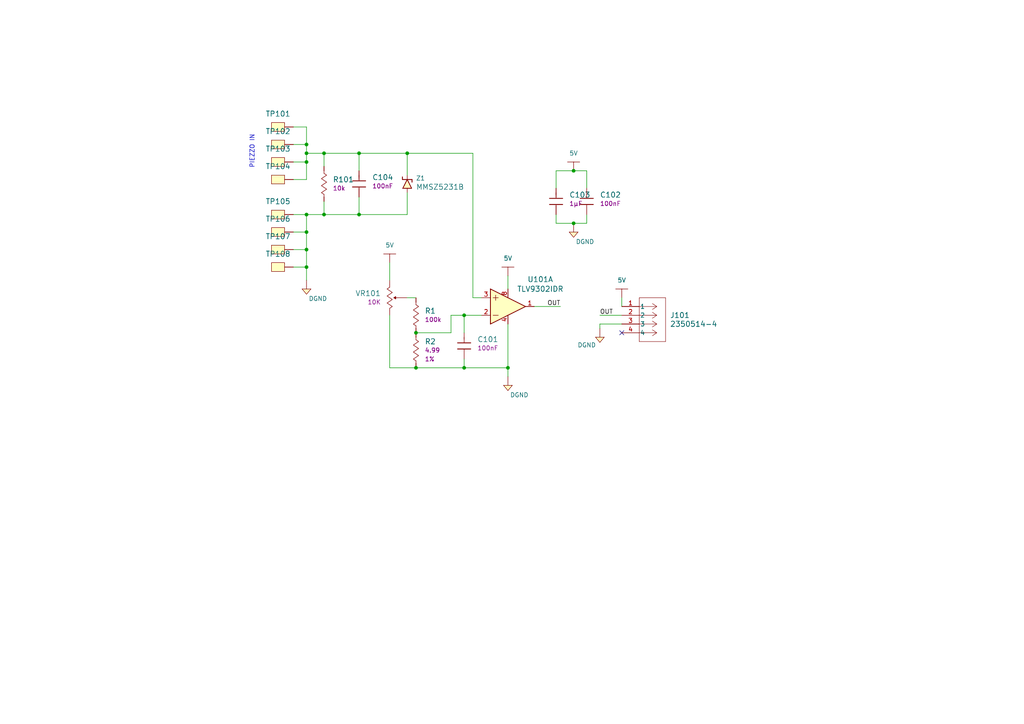
<source format=kicad_sch>
(kicad_sch (version 20231120) (generator "eeschema") (generator_version "8.0")
  (paper "A4")
  (title_block (title "PIEZZO") (date "2024-07-24") (company "Gérémy Sauvageau"))
  (lib_symbols
    (symbol "Amplifiers:TLV9302IDR" (pin_names (offset 0.254))
      (property "Reference" "U" (at 0.762 -7.366 0))
      (property "Value" "TLV9302IDR" (at 0.762 -9.906 0))
      (symbol "TLV9302IDR_0_1"
        (polyline (pts (xy -3.048 -2.54) (xy -1.524 -2.54)))
        (polyline (pts (xy -3.048 2.54) (xy -1.524 2.54)))
        (polyline (pts (xy -2.286 3.302) (xy -2.286 1.778)))
        (polyline (pts (xy -3.81 5.08) (xy -3.81 -5.08) (xy 6.35 0) (xy -3.81 5.08)) (stroke (width 0.254)) (fill (type background)))
      )
      (symbol "TLV9302IDR_1_1"
        (pin output line (at 8.89 0 180) (length 2.54) (name "") (number "1"))
        (pin input line (at -6.35 -2.54 0) (length 2.54) (name "") (number "2"))
        (pin input line (at -6.35 2.54 0) (length 2.54) (name "") (number "3"))
        (pin power_in line (at 1.27 -5.08 90) (length 2.54) (name "") (number "4"))
        (pin power_in line (at 1.27 5.08 270) (length 2.54) (name "") (number "8"))
      )
      (symbol "TLV9302IDR_2_1"
        (pin input line (at -6.35 2.54 0) (length 2.54) (name "") (number "5"))
        (pin input line (at -6.35 -2.54 0) (length 2.54) (name "") (number "6"))
        (pin output line (at 8.89 0 180) (length 2.54) (name "") (number "7"))
      )
    )
    (symbol "Capacitors:885012107015" (pin_numbers hide) (pin_names (offset 0) hide)
      (property "Reference" "C" (at -1.27 4.064 0))
      (property "Capacitance (Farad)" "1µF" (at -1.27 -3.048 0))
      (symbol "885012107015_0_1"
        (polyline (pts (xy -2.54 0) (xy -2.286 0)))
        (polyline (pts (xy -2.159 1.905) (xy -2.159 -1.905)) (stroke (width 0.254)))
        (polyline (pts (xy -0.381 1.905) (xy -0.381 -1.905)) (stroke (width 0.254)))
        (polyline (pts (xy 0 0) (xy -0.254 0)))
        (polyline (pts (xy 0.635 0) (xy 1.27 0)))
      )
      (symbol "885012107015_1_1"
        (pin passive line (at -5.08 0 0) (length 2.54) (name "1") (number "1"))
        (pin passive line (at 2.54 0 180) (length 2.54) (name "2") (number "2"))
      )
    )
    (symbol "Capacitors:885012207098" (pin_numbers hide) (pin_names (offset 0) hide)
      (property "Reference" "C" (at -1.27 4.064 0))
      (property "Capacitance (Farad)" "100nF" (at -1.27 -3.048 0))
      (symbol "885012207098_0_1"
        (polyline (pts (xy -2.54 0) (xy -2.286 0)))
        (polyline (pts (xy -2.159 1.905) (xy -2.159 -1.905)) (stroke (width 0.254)))
        (polyline (pts (xy -0.381 1.905) (xy -0.381 -1.905)) (stroke (width 0.254)))
        (polyline (pts (xy 0 0) (xy -0.254 0)))
        (polyline (pts (xy 0.635 0) (xy 1.27 0)))
      )
      (symbol "885012207098_1_1"
        (pin passive line (at -5.08 0 0) (length 2.54) (name "1") (number "1"))
        (pin passive line (at 2.54 0 180) (length 2.54) (name "2") (number "2"))
      )
    )
    (symbol "Connectors:2350514-4" (pin_names (offset 0.254))
      (property "Reference" "J" (at 8.89 6.35 0))
      (property "Value" "2350514-4" (at 0 0 0))
      (symbol "2350514-4_1_1"
        (polyline (pts (xy 5.08 -10.16) (xy 12.7 -10.16)) (stroke (width 0.127)))
        (polyline (pts (xy 5.08 2.54) (xy 5.08 -10.16)) (stroke (width 0.127)))
        (polyline (pts (xy 10.16 -7.62) (xy 5.08 -7.62)) (stroke (width 0.127)))
        (polyline (pts (xy 10.16 -7.62) (xy 8.89 -8.4667)) (stroke (width 0.127)))
        (polyline (pts (xy 10.16 -7.62) (xy 8.89 -6.7733)) (stroke (width 0.127)))
        (polyline (pts (xy 10.16 -5.08) (xy 5.08 -5.08)) (stroke (width 0.127)))
        (polyline (pts (xy 10.16 -5.08) (xy 8.89 -5.9267)) (stroke (width 0.127)))
        (polyline (pts (xy 10.16 -5.08) (xy 8.89 -4.2333)) (stroke (width 0.127)))
        (polyline (pts (xy 10.16 -2.54) (xy 5.08 -2.54)) (stroke (width 0.127)))
        (polyline (pts (xy 10.16 -2.54) (xy 8.89 -3.3867)) (stroke (width 0.127)))
        (polyline (pts (xy 10.16 -2.54) (xy 8.89 -1.6933)) (stroke (width 0.127)))
        (polyline (pts (xy 10.16 0) (xy 5.08 0)) (stroke (width 0.127)))
        (polyline (pts (xy 10.16 0) (xy 8.89 -0.8467)) (stroke (width 0.127)))
        (polyline (pts (xy 10.16 0) (xy 8.89 0.8467)) (stroke (width 0.127)))
        (polyline (pts (xy 12.7 -10.16) (xy 12.7 2.54)) (stroke (width 0.127)))
        (polyline (pts (xy 12.7 2.54) (xy 5.08 2.54)) (stroke (width 0.127)))
        (pin unspecified line (at 0 0 0) (length 5.08) (name "1") (number "1"))
        (pin unspecified line (at 0 -2.54 0) (length 5.08) (name "2") (number "2"))
        (pin unspecified line (at 0 -5.08 0) (length 5.08) (name "3") (number "3"))
        (pin unspecified line (at 0 -7.62 0) (length 5.08) (name "4") (number "4"))
      )
      (symbol "2350514-4_1_2"
        (polyline (pts (xy 5.08 -10.16) (xy 12.7 -10.16)) (stroke (width 0.127)))
        (polyline (pts (xy 5.08 2.54) (xy 5.08 -10.16)) (stroke (width 0.127)))
        (polyline (pts (xy 7.62 -7.62) (xy 5.08 -7.62)) (stroke (width 0.127)))
        (polyline (pts (xy 7.62 -7.62) (xy 8.89 -8.4667)) (stroke (width 0.127)))
        (polyline (pts (xy 7.62 -7.62) (xy 8.89 -6.7733)) (stroke (width 0.127)))
        (polyline (pts (xy 7.62 -5.08) (xy 5.08 -5.08)) (stroke (width 0.127)))
        (polyline (pts (xy 7.62 -5.08) (xy 8.89 -5.9267)) (stroke (width 0.127)))
        (polyline (pts (xy 7.62 -5.08) (xy 8.89 -4.2333)) (stroke (width 0.127)))
        (polyline (pts (xy 7.62 -2.54) (xy 5.08 -2.54)) (stroke (width 0.127)))
        (polyline (pts (xy 7.62 -2.54) (xy 8.89 -3.3867)) (stroke (width 0.127)))
        (polyline (pts (xy 7.62 -2.54) (xy 8.89 -1.6933)) (stroke (width 0.127)))
        (polyline (pts (xy 7.62 0) (xy 5.08 0)) (stroke (width 0.127)))
        (polyline (pts (xy 7.62 0) (xy 8.89 -0.8467)) (stroke (width 0.127)))
        (polyline (pts (xy 7.62 0) (xy 8.89 0.8467)) (stroke (width 0.127)))
        (polyline (pts (xy 12.7 -10.16) (xy 12.7 2.54)) (stroke (width 0.127)))
        (polyline (pts (xy 12.7 2.54) (xy 5.08 2.54)) (stroke (width 0.127)))
        (pin unspecified line (at 0 0 0) (length 5.08) (name "1") (number "1"))
        (pin unspecified line (at 0 -2.54 0) (length 5.08) (name "2") (number "2"))
        (pin unspecified line (at 0 -5.08 0) (length 5.08) (name "3") (number "3"))
        (pin unspecified line (at 0 -7.62 0) (length 5.08) (name "4") (number "4"))
      )
    )
    (symbol "Connectors:Test_Point_THM" (pin_numbers hide) (pin_names (offset 0) hide)
      (property "Reference" "TP" (at -5.08 2.54 0))
      (symbol "Test_Point_THM_0_1"
        (rectangle (start -6.35 1.27) (end -2.54 -1.27) (fill (type background)))
      )
      (symbol "Test_Point_THM_1_1"
        (pin passive line (at 0 0 180) (length 2.54) (name "TP") (number "1"))
      )
    )
    (symbol "Diodes:MMSZ5231B-7-F" (pin_numbers hide) (pin_names (offset 0) hide)
      (property "Reference" "Z" (at 0 3.048 0))
      (property "Value" "MMSZ5231B" (at 0 -3.302 0))
      (symbol "MMSZ5231B-7-F_0_1"
        (polyline (pts (xy -1.27 1.27) (xy -1.27 -1.27) (xy 1.27 0) (xy -1.27 1.27)) (stroke (width 0.254)) (fill (type background)))
      )
      (symbol "MMSZ5231B-7-F_1_1"
        (polyline (pts (xy 1.27 -1.397) (xy 0.508 -1.397)) (stroke (width 0.254)))
        (polyline (pts (xy 1.27 -1.397) (xy 1.27 1.397) (xy 2.032 1.397)) (stroke (width 0.254)))
        (pin input line (at 2.54 0 180) (length 1.27) (name "Cathode") (number "1"))
        (pin input line (at -2.54 0 0) (length 1.27) (name "Anode") (number "2"))
      )
    )
    (symbol "Power_Port:5V" (power) (pin_numbers hide) (pin_names (offset 0) hide)
      (property "Value" "5V" (at -0.254 3.556 0))
      (symbol "5V_0_1"
        (polyline (pts (xy -1.778 2.54) (xy 0 2.54)))
        (polyline (pts (xy 0 0) (xy 0 2.54)))
        (polyline (pts (xy 0 2.54) (xy 1.778 2.54)))
      )
      (symbol "5V_1_1"
        (pin power_in line (at 0 0 90) (length 0) hide (name "5V") (number "1"))
      )
    )
    (symbol "Power_Port:DGND" (power) (pin_numbers hide) (pin_names (offset 0) hide)
      (property "Value" "DGND" (at 0 -2.54 0))
      (symbol "DGND_0_1"
        (polyline (pts (xy 0 0) (xy 1.27 0)))
        (polyline (pts (xy -1.27 0) (xy 0 -1.524) (xy 1.27 0)) (fill (type background)))
        (polyline (pts (xy 0 2.54) (xy 0 0) (xy -1.27 0)))
      )
      (symbol "DGND_1_1"
        (pin power_in line (at 0 2.54 90) (length 0) hide (name "DGND") (number "1"))
      )
    )
    (symbol "Resistors:67WR10KLF" (pin_numbers hide) (pin_names (offset 0) hide)
      (property "Reference" "VR" (at 2.794 2.921 0))
      (property "Resistance (Ohms)" "10K" (at 7.62 0 0))
      (symbol "67WR10KLF_0_1"
        (rectangle (start 0 -3.048) (end 0 -3.81))
        (polyline (pts (xy -3.81 0) (xy -1.143 0) (xy -1.778 0.381) (xy -1.778 -0.381) (xy -1.143 0)) (fill (type outline)))
        (polyline (pts (xy 0 -3.048) (xy 0.762 -2.54) (xy 0 -2.032) (xy -0.762 -1.524) (xy 0 -1.016) (xy 0.762 -0.508) (xy 0 0) (xy -0.762 0.508) (xy 0 1.016) (xy 0.762 1.524) (xy 0 2.032) (xy -0.762 2.54) (xy 0 3.048)))
        (rectangle (start 0 3.81) (end 0 3.048))
      )
      (symbol "67WR10KLF_1_1"
        (pin passive line (at 0 5.08 270) (length 1.27) (name "~") (number "1"))
        (pin passive line (at -5.08 0 0) (length 1.27) (name "~") (number "2"))
        (pin passive line (at 0 -5.08 90) (length 1.27) (name "~") (number "3"))
      )
    )
    (symbol "Resistors:RC0805FR-07100KL" (pin_numbers hide) (pin_names (offset 0) hide)
      (property "Reference" "R" (at 0 2.032 0))
      (property "Resistance (Ohms)" "100k" (at 0 -1.778 0))
      (symbol "RC0805FR-07100KL_0_1"
        (rectangle (start -3.048 0) (end -3.81 0))
        (polyline (pts (xy -3.048 0) (xy -2.54 0.762) (xy -2.032 0) (xy -1.524 -0.762) (xy -1.016 0) (xy -0.508 0.762) (xy 0 0) (xy 0.508 -0.762) (xy 1.016 0) (xy 1.524 0.762) (xy 2.032 0) (xy 2.54 -0.762) (xy 3.048 0)))
        (rectangle (start 3.81 0) (end 3.048 0))
      )
      (symbol "RC0805FR-07100KL_1_1"
        (pin passive line (at -5.08 0 0) (length 1.27) (name "1") (number "1"))
        (pin passive line (at 5.08 0 180) (length 1.27) (name "2") (number "2"))
      )
    )
    (symbol "Resistors:RC0805JR-0710KL" (pin_numbers hide) (pin_names (offset 0) hide)
      (property "Reference" "R" (at 0 2.032 0))
      (property "Resistance (Ohms)" "10k" (at 0 -1.778 0))
      (symbol "RC0805JR-0710KL_0_1"
        (rectangle (start -3.048 0) (end -3.81 0))
        (polyline (pts (xy -3.048 0) (xy -2.54 0.762) (xy -2.032 0) (xy -1.524 -0.762) (xy -1.016 0) (xy -0.508 0.762) (xy 0 0) (xy 0.508 -0.762) (xy 1.016 0) (xy 1.524 0.762) (xy 2.032 0) (xy 2.54 -0.762) (xy 3.048 0)))
        (rectangle (start 3.81 0) (end 3.048 0))
      )
      (symbol "RC0805JR-0710KL_1_1"
        (pin passive line (at -5.08 0 0) (length 1.27) (name "1") (number "1"))
        (pin passive line (at 5.08 0 180) (length 1.27) (name "2") (number "2"))
      )
    )
    (symbol "Resistors:RMCF0805FT4R99" (pin_numbers hide) (pin_names (offset 0) hide)
      (property "Reference" "R" (at 0 2.54 0))
      (property "Resistance (Ohms)" "4.99 " (at 0 -2.032 0))
      (property "Tolerance (%)" "1%" (at 0 -3.556 0))
      (symbol "RMCF0805FT4R99_0_1"
        (rectangle (start -3.81 0) (end -3.048 0))
        (rectangle (start 3.81 0) (end 3.048 0))
      )
      (symbol "RMCF0805FT4R99_1_1"
        (polyline (pts (xy -3.048 0) (xy -2.54 0.762) (xy -2.032 0) (xy -1.524 -0.762) (xy -1.016 0) (xy -0.508 0.762) (xy 0 0) (xy 0.508 -0.762) (xy 1.016 0) (xy 1.524 0.762) (xy 2.032 0) (xy 2.54 -0.762) (xy 3.048 0)))
        (pin passive line (at -5.08 0 0) (length 1.27) (name "1") (number "1"))
        (pin passive line (at 5.08 0 180) (length 1.27) (name "2") (number "2"))
      )
    )
  )
  (junction (at 104.14 44.45))
  (junction (at 93.98 62.23))
  (junction (at 134.62 91.44))
  (junction (at 118.11 44.45))
  (junction (at 88.9 62.23))
  (junction (at 104.14 62.23))
  (junction (at 88.9 77.47))
  (junction (at 166.37 64.77))
  (junction (at 134.62 106.68))
  (junction (at 93.98 44.45))
  (junction (at 166.37 49.53))
  (junction (at 88.9 46.99))
  (junction (at 88.9 41.91))
  (junction (at 120.65 106.68))
  (junction (at 120.65 96.52))
  (junction (at 88.9 72.39))
  (junction (at 147.32 106.68))
  (junction (at 88.9 44.45))
  (junction (at 88.9 67.31))
  (no_connect (at 180.34 96.52))
  (wire (pts (xy 134.62 91.44) (xy 139.7 91.44)))
  (wire (pts (xy 88.9 72.39) (xy 88.9 67.31)))
  (wire (pts (xy 113.03 106.68) (xy 113.03 91.44)))
  (wire (pts (xy 118.11 44.45) (xy 137.16 44.45)))
  (wire (pts (xy 170.18 64.77) (xy 170.18 62.23)))
  (wire (pts (xy 170.18 49.53) (xy 166.37 49.53)))
  (wire (pts (xy 134.62 91.44) (xy 134.62 96.52)))
  (wire (pts (xy 161.29 64.77) (xy 166.37 64.77)))
  (wire (pts (xy 147.32 106.68) (xy 147.32 109.22)))
  (wire (pts (xy 93.98 62.23) (xy 88.9 62.23)))
  (wire (pts (xy 88.9 46.99) (xy 88.9 44.45)))
  (wire (pts (xy 104.14 44.45) (xy 104.14 49.53)))
  (wire (pts (xy 118.11 62.23) (xy 104.14 62.23)))
  (wire (pts (xy 137.16 44.45) (xy 137.16 86.36)))
  (wire (pts (xy 113.03 76.2) (xy 113.03 81.28)))
  (wire (pts (xy 93.98 48.26) (xy 93.98 44.45)))
  (wire (pts (xy 85.09 67.31) (xy 88.9 67.31)))
  (wire (pts (xy 85.09 46.99) (xy 88.9 46.99)))
  (wire (pts (xy 104.14 44.45) (xy 118.11 44.45)))
  (wire (pts (xy 93.98 58.42) (xy 93.98 62.23)))
  (wire (pts (xy 118.11 62.23) (xy 118.11 55.88)))
  (wire (pts (xy 173.99 93.98) (xy 180.34 93.98)))
  (wire (pts (xy 118.11 86.36) (xy 120.65 86.36)))
  (wire (pts (xy 88.9 36.83) (xy 85.09 36.83)))
  (wire (pts (xy 173.99 93.98) (xy 173.99 95.25)))
  (wire (pts (xy 85.09 72.39) (xy 88.9 72.39)))
  (wire (pts (xy 170.18 54.61) (xy 170.18 49.53)))
  (wire (pts (xy 161.29 54.61) (xy 161.29 49.53)))
  (wire (pts (xy 104.14 62.23) (xy 93.98 62.23)))
  (wire (pts (xy 161.29 62.23) (xy 161.29 64.77)))
  (wire (pts (xy 88.9 44.45) (xy 93.98 44.45)))
  (wire (pts (xy 134.62 104.14) (xy 134.62 106.68)))
  (wire (pts (xy 88.9 81.28) (xy 88.9 77.47)))
  (wire (pts (xy 113.03 106.68) (xy 120.65 106.68)))
  (wire (pts (xy 134.62 106.68) (xy 147.32 106.68)))
  (wire (pts (xy 120.65 96.52) (xy 130.81 96.52)))
  (wire (pts (xy 88.9 77.47) (xy 88.9 72.39)))
  (wire (pts (xy 166.37 64.77) (xy 170.18 64.77)))
  (wire (pts (xy 93.98 44.45) (xy 104.14 44.45)))
  (wire (pts (xy 85.09 52.07) (xy 88.9 52.07)))
  (wire (pts (xy 88.9 62.23) (xy 85.09 62.23)))
  (wire (pts (xy 147.32 80.01) (xy 147.32 83.82)))
  (wire (pts (xy 88.9 44.45) (xy 88.9 41.91)))
  (wire (pts (xy 130.81 91.44) (xy 134.62 91.44)))
  (wire (pts (xy 147.32 93.98) (xy 147.32 106.68)))
  (wire (pts (xy 120.65 106.68) (xy 134.62 106.68)))
  (wire (pts (xy 118.11 44.45) (xy 118.11 50.8)))
  (wire (pts (xy 85.09 77.47) (xy 88.9 77.47)))
  (wire (pts (xy 130.81 96.52) (xy 130.81 91.44)))
  (wire (pts (xy 173.99 91.44) (xy 180.34 91.44)))
  (wire (pts (xy 85.09 41.91) (xy 88.9 41.91)))
  (wire (pts (xy 104.14 57.15) (xy 104.14 62.23)))
  (wire (pts (xy 154.94 88.9) (xy 162.56 88.9)))
  (wire (pts (xy 88.9 52.07) (xy 88.9 46.99)))
  (wire (pts (xy 88.9 67.31) (xy 88.9 62.23)))
  (wire (pts (xy 180.34 86.36) (xy 180.34 88.9)))
  (wire (pts (xy 161.29 49.53) (xy 166.37 49.53)))
  (wire (pts (xy 137.16 86.36) (xy 139.7 86.36)))
  (wire (pts (xy 88.9 41.91) (xy 88.9 36.83)))
  (text "PIEZZO IN" (at 73.152 43.942 90) (effects (font (size 1.27 1.27))))
  (label "OUT" (at 162.56 88.9 180))
  (label "OUT" (at 173.99 91.44 0))
  (symbol (lib_id "Connectors:Test_Point_THM") (at 85.09 52.07 0) (unit 1)
    (property "Reference" "TP104" (at 80.645 48.26 0) (effects (font (size 1.524 1.524))))
    (property "Value" "Test_Point_THM" (effects (hide yes)))
    (property "Footprint" "Connectors:Keystone_5001" (effects (hide yes)))
    (property "Datasheet" "http://keyelco.com/userAssets/file/M65p56.pdf" (effects (hide yes)))
    (property "Description" "TEST POINT PC MINI .040\"D BLACK" (effects (hide yes)))
    (property "Supplier" "Digikey" (effects (hide yes)))
    (property "Supplier Part Number" "36-5001-ND" (effects (hide yes)))
    (property "Manufacturer" "Keystone Electronics" (effects (hide yes)))
    (property "Manufacturer Part Number" "5001" (effects (hide yes)))
  )
  (symbol (lib_id "Power_Port:DGND") (at 166.37 67.31 0) (unit 1)
    (property "Reference" "#PWR0108" (effects (hide yes)))
    (property "Value" "DGND" (at 169.672 70.104 0))
  )
  (symbol (lib_id "Connectors:Test_Point_THM") (at 85.09 72.39 0) (unit 1)
    (property "Reference" "TP107" (at 80.645 68.58 0) (effects (font (size 1.524 1.524))))
    (property "Value" "Test_Point_THM" (effects (hide yes)))
    (property "Footprint" "Connectors:Keystone_5001" (effects (hide yes)))
    (property "Datasheet" "http://keyelco.com/userAssets/file/M65p56.pdf" (effects (hide yes)))
    (property "Description" "TEST POINT PC MINI .040\"D BLACK" (effects (hide yes)))
    (property "Supplier" "Digikey" (effects (hide yes)))
    (property "Supplier Part Number" "36-5001-ND" (effects (hide yes)))
    (property "Manufacturer" "Keystone Electronics" (effects (hide yes)))
    (property "Manufacturer Part Number" "5001" (effects (hide yes)))
  )
  (symbol (lib_id "Connectors:Test_Point_THM") (at 85.09 77.47 0) (unit 1)
    (property "Reference" "TP108" (at 80.645 73.66 0) (effects (font (size 1.524 1.524))))
    (property "Value" "Test_Point_THM" (effects (hide yes)))
    (property "Footprint" "Connectors:Keystone_5001" (effects (hide yes)))
    (property "Datasheet" "http://keyelco.com/userAssets/file/M65p56.pdf" (effects (hide yes)))
    (property "Description" "TEST POINT PC MINI .040\"D BLACK" (effects (hide yes)))
    (property "Supplier" "Digikey" (effects (hide yes)))
    (property "Supplier Part Number" "36-5001-ND" (effects (hide yes)))
    (property "Manufacturer" "Keystone Electronics" (effects (hide yes)))
    (property "Manufacturer Part Number" "5001" (effects (hide yes)))
  )
  (symbol (lib_id "Resistors:67WR10KLF") (at 113.03 86.36 180) (unit 1)
    (property "Reference" "VR101" (at 110.49 85.0899 0) (effects (font (size 1.524 1.524)) (justify left)))
    (property "Value" "67WR10KLF" (effects (hide yes)))
    (property "Footprint" "Resistors:67W" (effects (hide yes)))
    (property "Datasheet" "https://www.ttelectronics.com/TTElectronics/media/ProductFiles/Datasheet/67.pdf" (effects (hide yes)))
    (property "Description" "TRIMMER 10K OHM 0.5W TH" (effects (hide yes)))
    (property "Supplier" "Digikey" (effects (hide yes)))
    (property "Supplier Part Number" "987-1088-ND" (effects (hide yes)))
    (property "Manufacturer" "TT Electronics/BI" (effects (hide yes)))
    (property "Manufacturer Part Number" "67WR10KLF" (effects (hide yes)))
    (property "Resistance (Ohms)" "10K" (at 110.49 87.6299 0) (effects (justify left)))
    (property "Puissance (Watts)" "0.5W" (effects (hide yes)))
    (property "Tolerance (%)" "±10%" (effects (hide yes)))
  )
  (symbol (lib_id "Power_Port:5V") (at 166.37 49.53 0) (unit 1)
    (property "Reference" "#PWR0107" (effects (hide yes)))
    (property "Value" "5V" (at 166.37 44.45 0))
  )
  (symbol (lib_id "Connectors:Test_Point_THM") (at 85.09 36.83 0) (unit 1)
    (property "Reference" "TP101" (at 80.645 33.02 0) (effects (font (size 1.524 1.524))))
    (property "Value" "Test_Point_THM" (effects (hide yes)))
    (property "Footprint" "Connectors:Keystone_5001" (effects (hide yes)))
    (property "Datasheet" "http://keyelco.com/userAssets/file/M65p56.pdf" (effects (hide yes)))
    (property "Description" "TEST POINT PC MINI .040\"D BLACK" (effects (hide yes)))
    (property "Supplier" "Digikey" (effects (hide yes)))
    (property "Supplier Part Number" "36-5001-ND" (effects (hide yes)))
    (property "Manufacturer" "Keystone Electronics" (effects (hide yes)))
    (property "Manufacturer Part Number" "5001" (effects (hide yes)))
  )
  (symbol (lib_id "Connectors:2350514-4") (at 180.34 88.9 0) (unit 1)
    (property "Reference" "J101" (at 194.31 91.4399 0) (effects (font (size 1.524 1.524)) (justify left)))
    (property "Value" "2350514-4" (at 194.31 93.9799 0) (effects (font (size 1.524 1.524)) (justify left)))
    (property "Footprint" "CONN4_1155650000_TEC" (effects (hide yes)))
    (property "Datasheet" "2350514-4" (effects (hide yes)))
    (property "Description" "Terminal block 4pos 3.5mm" (effects (hide yes)))
    (property "Supplier Part Number" "A145380-ND" (effects (hide yes)))
    (property "Supplier" "Digikey" (effects (hide yes)))
    (property "Manufacturer" "TE" (effects (hide yes)))
    (property "Manufacturer Part Number" "2350514-4" (effects (hide yes)))
  )
  (symbol (lib_id "Resistors:RMCF0805FT4R99") (at 120.65 101.6 90) (unit 1)
    (property "Reference" "R2" (at 123.19 99.0599 90) (effects (font (size 1.524 1.524)) (justify right)))
    (property "Value" "RMCF0805FT4R99" (effects (hide yes)))
    (property "Footprint" "Resistors:R0805" (effects (hide yes)))
    (property "Description" "RES 4.99 OHM 1% 1/8W 0805" (effects (hide yes)))
    (property "Supplier" "Digikey" (effects (hide yes)))
    (property "Supplier Part Number" "RMCF0805FT4R99TR-ND" (effects (hide yes)))
    (property "Manufacturer" "Stackpole Electronics Inc" (effects (hide yes)))
    (property "Manufacturer Part Number" "RMCF0805FT4R99" (effects (hide yes)))
    (property "Resistance (Ohms)" "4.99 " (at 123.19 101.5999 90) (effects (justify right)))
    (property "Puissance (Watts)" "1/8W" (effects (hide yes)))
    (property "Tolerance (%)" "1%" (at 123.19 104.1399 90) (effects (justify right)))
  )
  (symbol (lib_id "Connectors:Test_Point_THM") (at 85.09 41.91 0) (unit 1)
    (property "Reference" "TP102" (at 80.645 38.1 0) (effects (font (size 1.524 1.524))))
    (property "Value" "Test_Point_THM" (effects (hide yes)))
    (property "Footprint" "Connectors:Keystone_5001" (effects (hide yes)))
    (property "Datasheet" "http://keyelco.com/userAssets/file/M65p56.pdf" (effects (hide yes)))
    (property "Description" "TEST POINT PC MINI .040\"D BLACK" (effects (hide yes)))
    (property "Supplier" "Digikey" (effects (hide yes)))
    (property "Supplier Part Number" "36-5001-ND" (effects (hide yes)))
    (property "Manufacturer" "Keystone Electronics" (effects (hide yes)))
    (property "Manufacturer Part Number" "5001" (effects (hide yes)))
  )
  (symbol (lib_id "Power_Port:DGND") (at 147.32 111.76 0) (unit 1)
    (property "Reference" "#PWR0101" (effects (hide yes)))
    (property "Value" "DGND" (at 150.622 114.554 0))
  )
  (symbol (lib_id "Power_Port:5V") (at 113.03 76.2 0) (unit 1)
    (property "Reference" "#PWR0103" (effects (hide yes)))
    (property "Value" "5V" (at 113.03 71.12 0))
  )
  (symbol (lib_id "Power_Port:5V") (at 147.32 80.01 0) (unit 1)
    (property "Reference" "#PWR0102" (effects (hide yes)))
    (property "Value" "5V" (at 147.32 74.93 0))
  )
  (symbol (lib_id "Capacitors:885012107015") (at 161.29 57.15 90) (unit 1)
    (property "Reference" "C103" (at 165.1 56.5149 90) (effects (font (size 1.524 1.524)) (justify right)))
    (property "Value" "885012107015" (effects (hide yes)))
    (property "Footprint" "Capacitors:C0805" (effects (hide yes)))
    (property "Datasheet" "D" (effects (hide yes)))
    (property "Description" "CAP CER 1UF 25V X5R 0805" (effects (hide yes)))
    (property "Supplier" "Digikey" (effects (hide yes)))
    (property "Supplier Part Number" "732-7625-1-ND" (effects (hide yes)))
    (property "Manufacturer" "Wurth Electronics Inc." (effects (hide yes)))
    (property "Manufacturer Part Number" "885012107015" (effects (hide yes)))
    (property "Capacitance (Farad)" "1µF" (at 165.1 59.0549 90) (effects (justify right)))
    (property "Tolerance (%)" "±20%" (effects (hide yes)))
    (property "Voltage Rated (Volt)" "25V" (effects (hide yes)))
  )
  (symbol (lib_id "Resistors:RC0805FR-07100KL") (at 120.65 91.44 90) (unit 1)
    (property "Reference" "R1" (at 123.19 90.1699 90) (effects (font (size 1.524 1.524)) (justify right)))
    (property "Value" "RC0805FR-07100KL" (effects (hide yes)))
    (property "Footprint" "Resistors:R0805" (effects (hide yes)))
    (property "Datasheet" "http://www.yageo.com.tw/exep/pages/download/literatures/PYu-R_INT-thick_7.pdf" (effects (hide yes)))
    (property "Description" "RES SMD 100K OHM 1% 1/8W 0805" (effects (hide yes)))
    (property "Supplier" "Digikey" (effects (hide yes)))
    (property "Supplier Part Number" "311-97.6KCRCT-ND" (effects (hide yes)))
    (property "Manufacturer" "Yageo" (effects (hide yes)))
    (property "Manufacturer Part Number" "RC0805FR-07100KL" (effects (hide yes)))
    (property "Resistance (Ohms)" "100k" (at 123.19 92.7099 90) (effects (justify right)))
    (property "Tolerance (%)" "±1%" (effects (hide yes)))
    (property "Puissance (Watts)" "1/8W" (effects (hide yes)))
  )
  (symbol (lib_id "Capacitors:885012207098") (at 170.18 57.15 90) (unit 1)
    (property "Reference" "C102" (at 173.99 56.5149 90) (effects (font (size 1.524 1.524)) (justify right)))
    (property "Value" "885012207098" (effects (hide yes)))
    (property "Footprint" "Capacitors:C0805" (effects (hide yes)))
    (property "Datasheet" "D" (effects (hide yes)))
    (property "Description" "CAP CER 0.1UF 100nF 50V X7R 0805" (effects (hide yes)))
    (property "Supplier" "Digikey" (effects (hide yes)))
    (property "Supplier Part Number" "732-8080-1-ND" (effects (hide yes)))
    (property "Manufacturer" "Wurth Electronics Inc." (effects (hide yes)))
    (property "Manufacturer Part Number" "885012207098" (effects (hide yes)))
    (property "Capacitance (Farad)" "100nF" (at 173.99 59.0549 90) (effects (justify right)))
    (property "Tolerance (%)" "±10%" (effects (hide yes)))
    (property "Voltage Rated (Volt)" "50V" (effects (hide yes)))
  )
  (symbol (lib_id "Power_Port:DGND") (at 173.99 97.79 0) (unit 1)
    (property "Reference" "#PWR0106" (effects (hide yes)))
    (property "Value" "DGND" (at 170.18 100.076 0))
  )
  (symbol (lib_id "Connectors:Test_Point_THM") (at 85.09 46.99 0) (unit 1)
    (property "Reference" "TP103" (at 80.645 43.18 0) (effects (font (size 1.524 1.524))))
    (property "Value" "Test_Point_THM" (effects (hide yes)))
    (property "Footprint" "Connectors:Keystone_5001" (effects (hide yes)))
    (property "Datasheet" "http://keyelco.com/userAssets/file/M65p56.pdf" (effects (hide yes)))
    (property "Description" "TEST POINT PC MINI .040\"D BLACK" (effects (hide yes)))
    (property "Supplier" "Digikey" (effects (hide yes)))
    (property "Supplier Part Number" "36-5001-ND" (effects (hide yes)))
    (property "Manufacturer" "Keystone Electronics" (effects (hide yes)))
    (property "Manufacturer Part Number" "5001" (effects (hide yes)))
  )
  (symbol (lib_id "Capacitors:885012207098") (at 134.62 99.06 90) (unit 1)
    (property "Reference" "C101" (at 138.43 98.4249 90) (effects (font (size 1.524 1.524)) (justify right)))
    (property "Value" "885012207098" (effects (hide yes)))
    (property "Footprint" "Capacitors:C0805" (effects (hide yes)))
    (property "Datasheet" "D" (effects (hide yes)))
    (property "Description" "CAP CER 0.1UF 100nF 50V X7R 0805" (effects (hide yes)))
    (property "Supplier" "Digikey" (effects (hide yes)))
    (property "Supplier Part Number" "732-8080-1-ND" (effects (hide yes)))
    (property "Manufacturer" "Wurth Electronics Inc." (effects (hide yes)))
    (property "Manufacturer Part Number" "885012207098" (effects (hide yes)))
    (property "Capacitance (Farad)" "100nF" (at 138.43 100.9649 90) (effects (justify right)))
    (property "Tolerance (%)" "±10%" (effects (hide yes)))
    (property "Voltage Rated (Volt)" "50V" (effects (hide yes)))
  )
  (symbol (lib_id "Capacitors:885012207098") (at 104.14 52.07 90) (unit 1)
    (property "Reference" "C104" (at 107.95 51.4349 90) (effects (font (size 1.524 1.524)) (justify right)))
    (property "Value" "885012207098" (effects (hide yes)))
    (property "Footprint" "Capacitors:C0805" (effects (hide yes)))
    (property "Datasheet" "D" (effects (hide yes)))
    (property "Description" "CAP CER 0.1UF 100nF 50V X7R 0805" (effects (hide yes)))
    (property "Supplier" "Digikey" (effects (hide yes)))
    (property "Supplier Part Number" "732-8080-1-ND" (effects (hide yes)))
    (property "Manufacturer" "Wurth Electronics Inc." (effects (hide yes)))
    (property "Manufacturer Part Number" "885012207098" (effects (hide yes)))
    (property "Capacitance (Farad)" "100nF" (at 107.95 53.9749 90) (effects (justify right)))
    (property "Tolerance (%)" "±10%" (effects (hide yes)))
    (property "Voltage Rated (Volt)" "50V" (effects (hide yes)))
  )
  (symbol (lib_id "Diodes:MMSZ5231B-7-F") (at 118.11 53.34 90) (unit 1)
    (property "Reference" "Z1" (at 120.65 51.6889 90) (effects (justify right)))
    (property "Value" "MMSZ5231B" (at 120.65 54.2289 90) (effects (font (size 1.524 1.524)) (justify right)))
    (property "Footprint" "Diodes:SOD-123FL" (effects (hide yes)))
    (property "Datasheet" "https://www.diodes.com/assets/Datasheets/ds18010.pdf" (effects (hide yes)))
    (property "Description" "DIODE ZENER 5.1V 500MW SOD123" (effects (hide yes)))
    (property "Supplier" "Digikey" (effects (hide yes)))
    (property "Supplier Part Number" "MMSZ5231B-FDITR-ND" (effects (hide yes)))
    (property "Manufacturer" "Diodes Incorporated" (effects (hide yes)))
    (property "Manufacturer Part Number" "MMSZ5231B-7-F" (effects (hide yes)))
  )
  (symbol (lib_id "Connectors:Test_Point_THM") (at 85.09 67.31 0) (unit 1)
    (property "Reference" "TP106" (at 80.645 63.5 0) (effects (font (size 1.524 1.524))))
    (property "Value" "Test_Point_THM" (effects (hide yes)))
    (property "Footprint" "Connectors:Keystone_5001" (effects (hide yes)))
    (property "Datasheet" "http://keyelco.com/userAssets/file/M65p56.pdf" (effects (hide yes)))
    (property "Description" "TEST POINT PC MINI .040\"D BLACK" (effects (hide yes)))
    (property "Supplier" "Digikey" (effects (hide yes)))
    (property "Supplier Part Number" "36-5001-ND" (effects (hide yes)))
    (property "Manufacturer" "Keystone Electronics" (effects (hide yes)))
    (property "Manufacturer Part Number" "5001" (effects (hide yes)))
  )
  (symbol (lib_id "Resistors:RC0805JR-0710KL") (at 93.98 53.34 90) (unit 1)
    (property "Reference" "R101" (at 96.52 52.0699 90) (effects (font (size 1.524 1.524)) (justify right)))
    (property "Value" "RC0805JR-0710KL" (effects (hide yes)))
    (property "Footprint" "Resistors:R0805" (effects (hide yes)))
    (property "Datasheet" "http://www.yageo.com/documents/recent/PYu-RC_Group_51_RoHS_L_7.pdf" (effects (hide yes)))
    (property "Description" "RES SMD 10K OHM 5% 1/8W 0805" (effects (hide yes)))
    (property "Supplier" "Digikey" (effects (hide yes)))
    (property "Supplier Part Number" "311-10KARCT-ND" (effects (hide yes)))
    (property "Manufacturer" "Yageo" (effects (hide yes)))
    (property "Manufacturer Part Number" "RC0805JR-0710KL" (effects (hide yes)))
    (property "Resistance (Ohms)" "10k" (at 96.52 54.6099 90) (effects (justify right)))
    (property "Tolerance (%)" "±5%" (effects (hide yes)))
    (property "Puissance (Watts)" "1/8W" (effects (hide yes)))
  )
  (symbol (lib_id "Power_Port:DGND") (at 88.9 83.82 0) (unit 1)
    (property "Reference" "#PWR0104" (effects (hide yes)))
    (property "Value" "DGND" (at 92.202 86.614 0))
  )
  (symbol (lib_id "Connectors:Test_Point_THM") (at 85.09 62.23 0) (unit 1)
    (property "Reference" "TP105" (at 80.645 58.42 0) (effects (font (size 1.524 1.524))))
    (property "Value" "Test_Point_THM" (effects (hide yes)))
    (property "Footprint" "Connectors:Keystone_5001" (effects (hide yes)))
    (property "Datasheet" "http://keyelco.com/userAssets/file/M65p56.pdf" (effects (hide yes)))
    (property "Description" "TEST POINT PC MINI .040\"D BLACK" (effects (hide yes)))
    (property "Supplier" "Digikey" (effects (hide yes)))
    (property "Supplier Part Number" "36-5001-ND" (effects (hide yes)))
    (property "Manufacturer" "Keystone Electronics" (effects (hide yes)))
    (property "Manufacturer Part Number" "5001" (effects (hide yes)))
  )
  (symbol (lib_id "Amplifiers:TLV9302IDR") (at 146.05 88.9 0) (unit 1)
    (property "Reference" "U101" (at 156.718 81.026 0) (effects (font (size 1.524 1.524))))
    (property "Value" "TLV9302IDR" (at 156.718 83.82 0) (effects (font (size 1.524 1.524))))
    (property "Footprint" "Assembly:IC8_TLV9302IDR_TEX" (effects (hide yes)))
    (property "Datasheet" "https://www.ti.com/lit/ds/symlink/tlv9301.pdf?HQS=dis-dk-null-digikeymode-dsf-pf-null-wwe&ts=1715651561791" (effects (hide yes)))
    (property "Description" "IC OPAMP GP 2 CIRCUIT 8SOIC" (effects (hide yes)))
    (property "Manufacturer" "Texas Instruments" (effects (hide yes)))
    (property "Manufacturer Part Number" "TLV9302IDR" (effects (hide yes)))
    (property "Supplier" "Digikey" (effects (hide yes)))
    (property "Supplier Part Number" "296-53513-1-ND" (effects (hide yes)))
  )
  (symbol (lib_id "Power_Port:5V") (at 180.34 86.36 0) (unit 1)
    (property "Reference" "#PWR0105" (effects (hide yes)))
    (property "Value" "5V" (at 180.34 81.28 0))
  )
)
</source>
